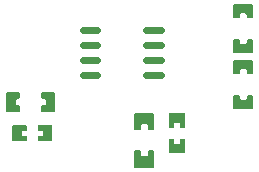
<source format=gtp>
G04 Layer: TopPasteMaskLayer*
G04 EasyEDA v6.4.25, 2021-11-17T17:00:31+08:00*
G04 7b095086feb547ebadca5fbbb004fff0,8eccfb12f3aa458fbbe36a5a93572a72,10*
G04 Gerber Generator version 0.2*
G04 Scale: 100 percent, Rotated: No, Reflected: No *
G04 Dimensions in millimeters *
G04 leading zeros omitted , absolute positions ,4 integer and 5 decimal *
%FSLAX45Y45*%
%MOMM*%

%ADD13C,0.6300*%

%LPD*%
G36*
X1083513Y-1414881D02*
G01*
X1078484Y-1419910D01*
X1078484Y-1547876D01*
X1083513Y-1552905D01*
X1198473Y-1552905D01*
X1203502Y-1547876D01*
X1202994Y-1505915D01*
X1159002Y-1505915D01*
X1159002Y-1460906D01*
X1204010Y-1460906D01*
X1203502Y-1419910D01*
X1198473Y-1414881D01*
G37*
G36*
X1298498Y-1414881D02*
G01*
X1293520Y-1419910D01*
X1293977Y-1460906D01*
X1338021Y-1460906D01*
X1338021Y-1505915D01*
X1293520Y-1505915D01*
X1293520Y-1547876D01*
X1298498Y-1552905D01*
X1413510Y-1552905D01*
X1418488Y-1547876D01*
X1418488Y-1419910D01*
X1413510Y-1414881D01*
G37*
G36*
X2451506Y-1529283D02*
G01*
X2410510Y-1529791D01*
X2405481Y-1534820D01*
X2405481Y-1649780D01*
X2410510Y-1654810D01*
X2538476Y-1654810D01*
X2543505Y-1649780D01*
X2543505Y-1534820D01*
X2538476Y-1529791D01*
X2496515Y-1530299D01*
X2496515Y-1574292D01*
X2451506Y-1574292D01*
G37*
G36*
X2410510Y-1314805D02*
G01*
X2405481Y-1319784D01*
X2405481Y-1434795D01*
X2410510Y-1439773D01*
X2451506Y-1439316D01*
X2451506Y-1395272D01*
X2496515Y-1395272D01*
X2496515Y-1439773D01*
X2538476Y-1439773D01*
X2543505Y-1434795D01*
X2543505Y-1319784D01*
X2538476Y-1314805D01*
G37*
G36*
X2120696Y-1310081D02*
G01*
X2110689Y-1320038D01*
X2110689Y-1448562D01*
X2120696Y-1458569D01*
X2157730Y-1458569D01*
X2167737Y-1448562D01*
X2167737Y-1418082D01*
X2177745Y-1408074D01*
X2216454Y-1408074D01*
X2226462Y-1418082D01*
X2226462Y-1448562D01*
X2236470Y-1458569D01*
X2273503Y-1458569D01*
X2283510Y-1448562D01*
X2283510Y-1320038D01*
X2273503Y-1310081D01*
G37*
G36*
X2120696Y-1628546D02*
G01*
X2110689Y-1638554D01*
X2110689Y-1767078D01*
X2120696Y-1777034D01*
X2273503Y-1777034D01*
X2283510Y-1767078D01*
X2283510Y-1638554D01*
X2273503Y-1628546D01*
X2236470Y-1628546D01*
X2226462Y-1638554D01*
X2226462Y-1669034D01*
X2216454Y-1679041D01*
X2177745Y-1679041D01*
X2167737Y-1669034D01*
X2167737Y-1638554D01*
X2157730Y-1628546D01*
G37*
G36*
X1038148Y-1134160D02*
G01*
X1028192Y-1144168D01*
X1028192Y-1294231D01*
X1038148Y-1304239D01*
X1138936Y-1304239D01*
X1148943Y-1294231D01*
X1148943Y-1258112D01*
X1138936Y-1248105D01*
X1117854Y-1248105D01*
X1107846Y-1238097D01*
X1107846Y-1200302D01*
X1117854Y-1190294D01*
X1138936Y-1190294D01*
X1148943Y-1180287D01*
X1148943Y-1144168D01*
X1138936Y-1134160D01*
G37*
G36*
X1333906Y-1134160D02*
G01*
X1323898Y-1144168D01*
X1323898Y-1180287D01*
X1333906Y-1190294D01*
X1354988Y-1190294D01*
X1364996Y-1200302D01*
X1364996Y-1238097D01*
X1354988Y-1248105D01*
X1333906Y-1248105D01*
X1323898Y-1258112D01*
X1323898Y-1294231D01*
X1333906Y-1304239D01*
X1434693Y-1304239D01*
X1444650Y-1294231D01*
X1444650Y-1144168D01*
X1434693Y-1134160D01*
G37*
G36*
X2960268Y-1157935D02*
G01*
X2950260Y-1167942D01*
X2950260Y-1268730D01*
X2960268Y-1278686D01*
X3110331Y-1278686D01*
X3120339Y-1268730D01*
X3120339Y-1167942D01*
X3110331Y-1157935D01*
X3074212Y-1157935D01*
X3064205Y-1167942D01*
X3064205Y-1189024D01*
X3054197Y-1199032D01*
X3016402Y-1199032D01*
X3006394Y-1189024D01*
X3006394Y-1167942D01*
X2996387Y-1157935D01*
G37*
G36*
X2960268Y-862228D02*
G01*
X2950260Y-872185D01*
X2950260Y-972972D01*
X2960268Y-982980D01*
X2996387Y-982980D01*
X3006394Y-972972D01*
X3006394Y-951890D01*
X3016402Y-941882D01*
X3054197Y-941882D01*
X3064205Y-951890D01*
X3064205Y-972972D01*
X3074212Y-982980D01*
X3110331Y-982980D01*
X3120339Y-972972D01*
X3120339Y-872185D01*
X3110331Y-862228D01*
G37*
G36*
X2960268Y-684377D02*
G01*
X2950260Y-694385D01*
X2950260Y-795172D01*
X2960268Y-805129D01*
X3110331Y-805129D01*
X3120339Y-795172D01*
X3120339Y-694385D01*
X3110331Y-684377D01*
X3074212Y-684377D01*
X3064205Y-694385D01*
X3064205Y-715467D01*
X3054197Y-725474D01*
X3016402Y-725474D01*
X3006394Y-715467D01*
X3006394Y-694385D01*
X2996387Y-684377D01*
G37*
G36*
X2960268Y-388670D02*
G01*
X2950260Y-398627D01*
X2950260Y-499414D01*
X2960268Y-509422D01*
X2996387Y-509422D01*
X3006394Y-499414D01*
X3006394Y-478332D01*
X3016402Y-468325D01*
X3054197Y-468325D01*
X3064205Y-478332D01*
X3064205Y-499414D01*
X3074212Y-509422D01*
X3110331Y-509422D01*
X3120339Y-499414D01*
X3120339Y-398627D01*
X3110331Y-388670D01*
G37*
D13*
X2213099Y-990600D02*
G01*
X2336599Y-990600D01*
X2213099Y-863600D02*
G01*
X2336599Y-863600D01*
X2213099Y-736600D02*
G01*
X2336599Y-736600D01*
X2213099Y-609600D02*
G01*
X2336599Y-609600D01*
X1676600Y-990600D02*
G01*
X1800100Y-990600D01*
X1676600Y-863600D02*
G01*
X1800100Y-863600D01*
X1676600Y-736600D02*
G01*
X1800100Y-736600D01*
X1676600Y-609600D02*
G01*
X1800100Y-609600D01*
M02*

</source>
